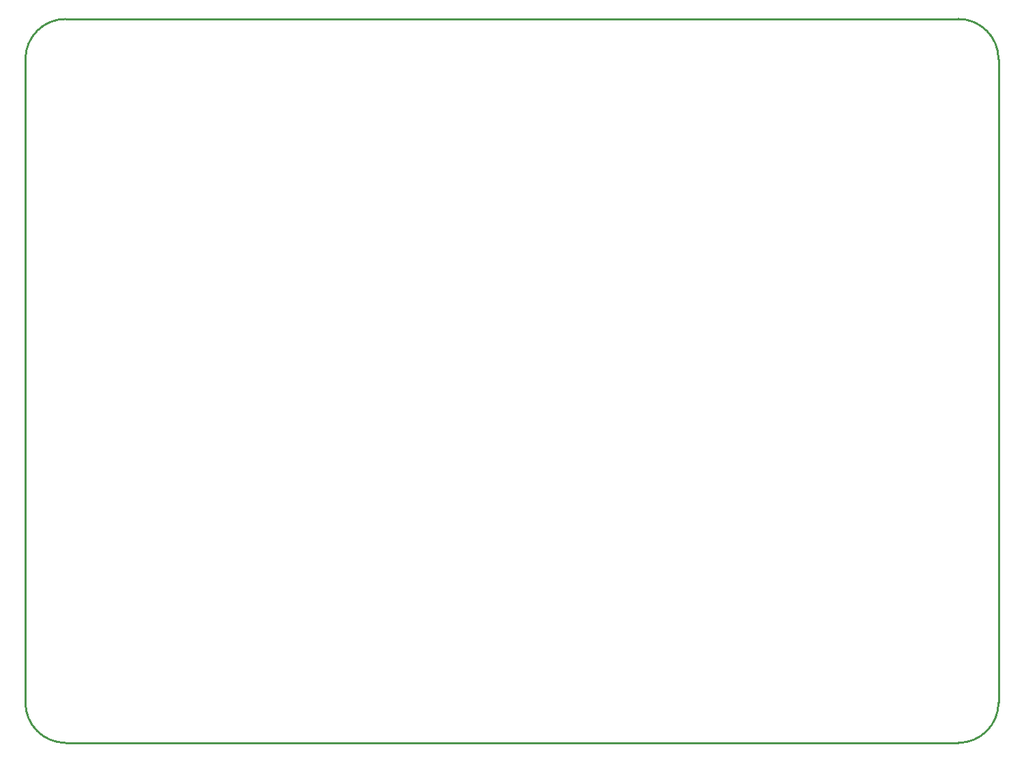
<source format=gko>
G04 Layer: BoardOutlineLayer*
G04 EasyEDA v6.5.39, 2024-02-11 14:55:05*
G04 31a22d7060634c1a9507d93259deef13,6aaf4e428e1e4843910fb14260956013,10*
G04 Gerber Generator version 0.2*
G04 Scale: 100 percent, Rotated: No, Reflected: No *
G04 Dimensions in millimeters *
G04 leading zeros omitted , absolute positions ,4 integer and 5 decimal *
%FSLAX45Y45*%
%MOMM*%

%ADD10C,0.2540*%
D10*
X85001Y538998D02*
G01*
X85001Y8538982D01*
X11669976Y38999D02*
G01*
X585000Y38999D01*
X12169975Y8538982D02*
G01*
X12169975Y538998D01*
X585000Y9038981D02*
G01*
X11669976Y9038981D01*
G75*
G01*
X11669977Y9038982D02*
G02*
X12169976Y8538983I0J-499999D01*
G75*
G01*
X12169976Y538999D02*
G02*
X11669977Y39000I-499999J0D01*
G75*
G01*
X584999Y39000D02*
G02*
X85000Y538999I0J499999D01*
G75*
G01*
X85000Y8538983D02*
G02*
X584999Y9038982I499999J0D01*

%LPD*%
M02*

</source>
